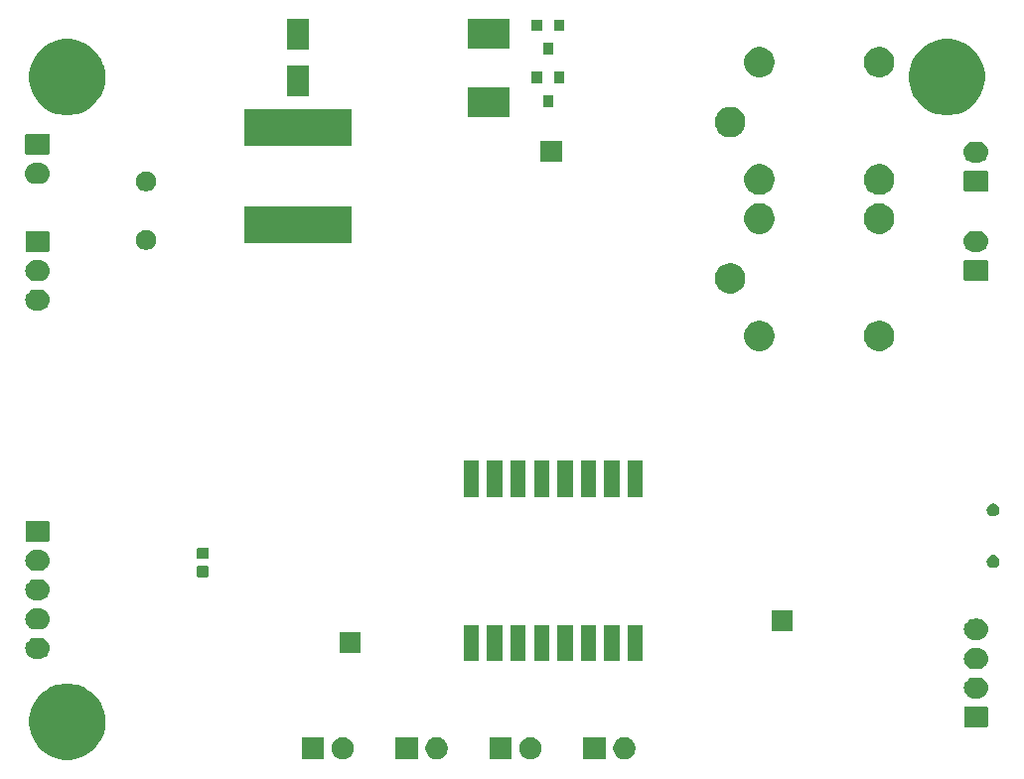
<source format=gbs>
G04 #@! TF.GenerationSoftware,KiCad,Pcbnew,(5.1.5)-3*
G04 #@! TF.CreationDate,2020-01-27T10:14:26+03:00*
G04 #@! TF.ProjectId,UBD,5542442e-6b69-4636-9164-5f7063625858,rev?*
G04 #@! TF.SameCoordinates,Original*
G04 #@! TF.FileFunction,Soldermask,Bot*
G04 #@! TF.FilePolarity,Negative*
%FSLAX46Y46*%
G04 Gerber Fmt 4.6, Leading zero omitted, Abs format (unit mm)*
G04 Created by KiCad (PCBNEW (5.1.5)-3) date 2020-01-27 10:14:26*
%MOMM*%
%LPD*%
G04 APERTURE LIST*
%ADD10C,0.100000*%
G04 APERTURE END LIST*
D10*
G36*
X35559239Y-153411467D02*
G01*
X35873282Y-153473934D01*
X36464926Y-153719001D01*
X36754523Y-153912504D01*
X36997391Y-154074783D01*
X37450217Y-154527609D01*
X37462801Y-154546443D01*
X37805999Y-155060074D01*
X38018874Y-155574000D01*
X38051066Y-155651719D01*
X38176000Y-156279803D01*
X38176000Y-156920197D01*
X38148430Y-157058799D01*
X38051066Y-157548282D01*
X37805999Y-158139926D01*
X37450216Y-158672392D01*
X36997392Y-159125216D01*
X36464926Y-159480999D01*
X35873282Y-159726066D01*
X35559239Y-159788533D01*
X35245197Y-159851000D01*
X34604803Y-159851000D01*
X34290761Y-159788533D01*
X33976718Y-159726066D01*
X33385074Y-159480999D01*
X32852608Y-159125216D01*
X32399784Y-158672392D01*
X32044001Y-158139926D01*
X31798934Y-157548282D01*
X31701570Y-157058799D01*
X31674000Y-156920197D01*
X31674000Y-156279803D01*
X31798934Y-155651719D01*
X31831126Y-155574000D01*
X32044001Y-155060074D01*
X32387199Y-154546443D01*
X32399783Y-154527609D01*
X32852609Y-154074783D01*
X33095477Y-153912504D01*
X33385074Y-153719001D01*
X33976718Y-153473934D01*
X34290761Y-153411467D01*
X34604803Y-153349000D01*
X35245197Y-153349000D01*
X35559239Y-153411467D01*
G37*
G36*
X82697395Y-157934546D02*
G01*
X82870466Y-158006234D01*
X82947818Y-158057919D01*
X83026227Y-158110310D01*
X83158690Y-158242773D01*
X83158691Y-158242775D01*
X83262766Y-158398534D01*
X83334454Y-158571605D01*
X83371000Y-158755333D01*
X83371000Y-158942667D01*
X83334454Y-159126395D01*
X83262766Y-159299466D01*
X83262765Y-159299467D01*
X83158690Y-159455227D01*
X83026227Y-159587690D01*
X82947818Y-159640081D01*
X82870466Y-159691766D01*
X82697395Y-159763454D01*
X82513667Y-159800000D01*
X82326333Y-159800000D01*
X82142605Y-159763454D01*
X81969534Y-159691766D01*
X81892182Y-159640081D01*
X81813773Y-159587690D01*
X81681310Y-159455227D01*
X81577235Y-159299467D01*
X81577234Y-159299466D01*
X81505546Y-159126395D01*
X81469000Y-158942667D01*
X81469000Y-158755333D01*
X81505546Y-158571605D01*
X81577234Y-158398534D01*
X81681309Y-158242775D01*
X81681310Y-158242773D01*
X81813773Y-158110310D01*
X81892182Y-158057919D01*
X81969534Y-158006234D01*
X82142605Y-157934546D01*
X82326333Y-157898000D01*
X82513667Y-157898000D01*
X82697395Y-157934546D01*
G37*
G36*
X80831000Y-159800000D02*
G01*
X78929000Y-159800000D01*
X78929000Y-157898000D01*
X80831000Y-157898000D01*
X80831000Y-159800000D01*
G37*
G36*
X72831000Y-159800000D02*
G01*
X70929000Y-159800000D01*
X70929000Y-157898000D01*
X72831000Y-157898000D01*
X72831000Y-159800000D01*
G37*
G36*
X74697395Y-157934546D02*
G01*
X74870466Y-158006234D01*
X74947818Y-158057919D01*
X75026227Y-158110310D01*
X75158690Y-158242773D01*
X75158691Y-158242775D01*
X75262766Y-158398534D01*
X75334454Y-158571605D01*
X75371000Y-158755333D01*
X75371000Y-158942667D01*
X75334454Y-159126395D01*
X75262766Y-159299466D01*
X75262765Y-159299467D01*
X75158690Y-159455227D01*
X75026227Y-159587690D01*
X74947818Y-159640081D01*
X74870466Y-159691766D01*
X74697395Y-159763454D01*
X74513667Y-159800000D01*
X74326333Y-159800000D01*
X74142605Y-159763454D01*
X73969534Y-159691766D01*
X73892182Y-159640081D01*
X73813773Y-159587690D01*
X73681310Y-159455227D01*
X73577235Y-159299467D01*
X73577234Y-159299466D01*
X73505546Y-159126395D01*
X73469000Y-158942667D01*
X73469000Y-158755333D01*
X73505546Y-158571605D01*
X73577234Y-158398534D01*
X73681309Y-158242775D01*
X73681310Y-158242773D01*
X73813773Y-158110310D01*
X73892182Y-158057919D01*
X73969534Y-158006234D01*
X74142605Y-157934546D01*
X74326333Y-157898000D01*
X74513667Y-157898000D01*
X74697395Y-157934546D01*
G37*
G36*
X64831000Y-159800000D02*
G01*
X62929000Y-159800000D01*
X62929000Y-157898000D01*
X64831000Y-157898000D01*
X64831000Y-159800000D01*
G37*
G36*
X66697395Y-157934546D02*
G01*
X66870466Y-158006234D01*
X66947818Y-158057919D01*
X67026227Y-158110310D01*
X67158690Y-158242773D01*
X67158691Y-158242775D01*
X67262766Y-158398534D01*
X67334454Y-158571605D01*
X67371000Y-158755333D01*
X67371000Y-158942667D01*
X67334454Y-159126395D01*
X67262766Y-159299466D01*
X67262765Y-159299467D01*
X67158690Y-159455227D01*
X67026227Y-159587690D01*
X66947818Y-159640081D01*
X66870466Y-159691766D01*
X66697395Y-159763454D01*
X66513667Y-159800000D01*
X66326333Y-159800000D01*
X66142605Y-159763454D01*
X65969534Y-159691766D01*
X65892182Y-159640081D01*
X65813773Y-159587690D01*
X65681310Y-159455227D01*
X65577235Y-159299467D01*
X65577234Y-159299466D01*
X65505546Y-159126395D01*
X65469000Y-158942667D01*
X65469000Y-158755333D01*
X65505546Y-158571605D01*
X65577234Y-158398534D01*
X65681309Y-158242775D01*
X65681310Y-158242773D01*
X65813773Y-158110310D01*
X65892182Y-158057919D01*
X65969534Y-158006234D01*
X66142605Y-157934546D01*
X66326333Y-157898000D01*
X66513667Y-157898000D01*
X66697395Y-157934546D01*
G37*
G36*
X56831000Y-159800000D02*
G01*
X54929000Y-159800000D01*
X54929000Y-157898000D01*
X56831000Y-157898000D01*
X56831000Y-159800000D01*
G37*
G36*
X58697395Y-157934546D02*
G01*
X58870466Y-158006234D01*
X58947818Y-158057919D01*
X59026227Y-158110310D01*
X59158690Y-158242773D01*
X59158691Y-158242775D01*
X59262766Y-158398534D01*
X59334454Y-158571605D01*
X59371000Y-158755333D01*
X59371000Y-158942667D01*
X59334454Y-159126395D01*
X59262766Y-159299466D01*
X59262765Y-159299467D01*
X59158690Y-159455227D01*
X59026227Y-159587690D01*
X58947818Y-159640081D01*
X58870466Y-159691766D01*
X58697395Y-159763454D01*
X58513667Y-159800000D01*
X58326333Y-159800000D01*
X58142605Y-159763454D01*
X57969534Y-159691766D01*
X57892182Y-159640081D01*
X57813773Y-159587690D01*
X57681310Y-159455227D01*
X57577235Y-159299467D01*
X57577234Y-159299466D01*
X57505546Y-159126395D01*
X57469000Y-158942667D01*
X57469000Y-158755333D01*
X57505546Y-158571605D01*
X57577234Y-158398534D01*
X57681309Y-158242775D01*
X57681310Y-158242773D01*
X57813773Y-158110310D01*
X57892182Y-158057919D01*
X57969534Y-158006234D01*
X58142605Y-157934546D01*
X58326333Y-157898000D01*
X58513667Y-157898000D01*
X58697395Y-157934546D01*
G37*
G36*
X113278600Y-155312989D02*
G01*
X113311652Y-155323015D01*
X113342103Y-155339292D01*
X113368799Y-155361201D01*
X113390708Y-155387897D01*
X113406985Y-155418348D01*
X113417011Y-155451400D01*
X113421000Y-155491903D01*
X113421000Y-156928097D01*
X113417011Y-156968600D01*
X113406985Y-157001652D01*
X113390708Y-157032103D01*
X113368799Y-157058799D01*
X113342103Y-157080708D01*
X113311652Y-157096985D01*
X113278600Y-157107011D01*
X113238097Y-157111000D01*
X111551903Y-157111000D01*
X111511400Y-157107011D01*
X111478348Y-157096985D01*
X111447897Y-157080708D01*
X111421201Y-157058799D01*
X111399292Y-157032103D01*
X111383015Y-157001652D01*
X111372989Y-156968600D01*
X111369000Y-156928097D01*
X111369000Y-155491903D01*
X111372989Y-155451400D01*
X111383015Y-155418348D01*
X111399292Y-155387897D01*
X111421201Y-155361201D01*
X111447897Y-155339292D01*
X111478348Y-155323015D01*
X111511400Y-155312989D01*
X111551903Y-155309000D01*
X113238097Y-155309000D01*
X113278600Y-155312989D01*
G37*
G36*
X112630443Y-152815519D02*
G01*
X112696627Y-152822037D01*
X112866466Y-152873557D01*
X113022991Y-152957222D01*
X113058729Y-152986552D01*
X113160186Y-153069814D01*
X113243448Y-153171271D01*
X113272778Y-153207009D01*
X113356443Y-153363534D01*
X113407963Y-153533373D01*
X113425359Y-153710000D01*
X113407963Y-153886627D01*
X113356443Y-154056466D01*
X113272778Y-154212991D01*
X113246985Y-154244420D01*
X113160186Y-154350186D01*
X113082879Y-154413629D01*
X113022991Y-154462778D01*
X112866466Y-154546443D01*
X112696627Y-154597963D01*
X112630442Y-154604482D01*
X112564260Y-154611000D01*
X112225740Y-154611000D01*
X112159558Y-154604482D01*
X112093373Y-154597963D01*
X111923534Y-154546443D01*
X111767009Y-154462778D01*
X111707121Y-154413629D01*
X111629814Y-154350186D01*
X111543015Y-154244420D01*
X111517222Y-154212991D01*
X111433557Y-154056466D01*
X111382037Y-153886627D01*
X111364641Y-153710000D01*
X111382037Y-153533373D01*
X111433557Y-153363534D01*
X111517222Y-153207009D01*
X111546552Y-153171271D01*
X111629814Y-153069814D01*
X111731271Y-152986552D01*
X111767009Y-152957222D01*
X111923534Y-152873557D01*
X112093373Y-152822037D01*
X112159557Y-152815519D01*
X112225740Y-152809000D01*
X112564260Y-152809000D01*
X112630443Y-152815519D01*
G37*
G36*
X112630443Y-150315519D02*
G01*
X112696627Y-150322037D01*
X112866466Y-150373557D01*
X113022991Y-150457222D01*
X113058729Y-150486552D01*
X113160186Y-150569814D01*
X113243448Y-150671271D01*
X113272778Y-150707009D01*
X113356443Y-150863534D01*
X113407963Y-151033373D01*
X113425359Y-151210000D01*
X113407963Y-151386627D01*
X113356443Y-151556466D01*
X113272778Y-151712991D01*
X113243448Y-151748729D01*
X113160186Y-151850186D01*
X113058729Y-151933448D01*
X113022991Y-151962778D01*
X112866466Y-152046443D01*
X112696627Y-152097963D01*
X112630443Y-152104481D01*
X112564260Y-152111000D01*
X112225740Y-152111000D01*
X112159557Y-152104481D01*
X112093373Y-152097963D01*
X111923534Y-152046443D01*
X111767009Y-151962778D01*
X111731271Y-151933448D01*
X111629814Y-151850186D01*
X111546552Y-151748729D01*
X111517222Y-151712991D01*
X111433557Y-151556466D01*
X111382037Y-151386627D01*
X111364641Y-151210000D01*
X111382037Y-151033373D01*
X111433557Y-150863534D01*
X111517222Y-150707009D01*
X111546552Y-150671271D01*
X111629814Y-150569814D01*
X111731271Y-150486552D01*
X111767009Y-150457222D01*
X111923534Y-150373557D01*
X112093373Y-150322037D01*
X112159557Y-150315519D01*
X112225740Y-150309000D01*
X112564260Y-150309000D01*
X112630443Y-150315519D01*
G37*
G36*
X72019146Y-151445038D02*
G01*
X70717146Y-151445038D01*
X70717146Y-148343038D01*
X72019146Y-148343038D01*
X72019146Y-151445038D01*
G37*
G36*
X70019146Y-151445038D02*
G01*
X68717146Y-151445038D01*
X68717146Y-148343038D01*
X70019146Y-148343038D01*
X70019146Y-151445038D01*
G37*
G36*
X74019146Y-151445038D02*
G01*
X72717146Y-151445038D01*
X72717146Y-148343038D01*
X74019146Y-148343038D01*
X74019146Y-151445038D01*
G37*
G36*
X76019146Y-151445038D02*
G01*
X74717146Y-151445038D01*
X74717146Y-148343038D01*
X76019146Y-148343038D01*
X76019146Y-151445038D01*
G37*
G36*
X80019146Y-151445038D02*
G01*
X78717146Y-151445038D01*
X78717146Y-148343038D01*
X80019146Y-148343038D01*
X80019146Y-151445038D01*
G37*
G36*
X84019146Y-151445038D02*
G01*
X82717146Y-151445038D01*
X82717146Y-148343038D01*
X84019146Y-148343038D01*
X84019146Y-151445038D01*
G37*
G36*
X82019146Y-151445038D02*
G01*
X80717146Y-151445038D01*
X80717146Y-148343038D01*
X82019146Y-148343038D01*
X82019146Y-151445038D01*
G37*
G36*
X78019146Y-151445038D02*
G01*
X76717146Y-151445038D01*
X76717146Y-148343038D01*
X78019146Y-148343038D01*
X78019146Y-151445038D01*
G37*
G36*
X32620443Y-149440519D02*
G01*
X32686627Y-149447037D01*
X32856466Y-149498557D01*
X33012991Y-149582222D01*
X33032171Y-149597963D01*
X33150186Y-149694814D01*
X33233448Y-149796271D01*
X33262778Y-149832009D01*
X33346443Y-149988534D01*
X33397963Y-150158373D01*
X33415359Y-150335000D01*
X33397963Y-150511627D01*
X33346443Y-150681466D01*
X33262778Y-150837991D01*
X33241817Y-150863532D01*
X33150186Y-150975186D01*
X33079281Y-151033375D01*
X33012991Y-151087778D01*
X32856466Y-151171443D01*
X32686627Y-151222963D01*
X32620443Y-151229481D01*
X32554260Y-151236000D01*
X32215740Y-151236000D01*
X32149557Y-151229481D01*
X32083373Y-151222963D01*
X31913534Y-151171443D01*
X31757009Y-151087778D01*
X31690719Y-151033375D01*
X31619814Y-150975186D01*
X31528183Y-150863532D01*
X31507222Y-150837991D01*
X31423557Y-150681466D01*
X31372037Y-150511627D01*
X31354641Y-150335000D01*
X31372037Y-150158373D01*
X31423557Y-149988534D01*
X31507222Y-149832009D01*
X31536552Y-149796271D01*
X31619814Y-149694814D01*
X31737829Y-149597963D01*
X31757009Y-149582222D01*
X31913534Y-149498557D01*
X32083373Y-149447037D01*
X32149557Y-149440519D01*
X32215740Y-149434000D01*
X32554260Y-149434000D01*
X32620443Y-149440519D01*
G37*
G36*
X59956000Y-150761000D02*
G01*
X58154000Y-150761000D01*
X58154000Y-148959000D01*
X59956000Y-148959000D01*
X59956000Y-150761000D01*
G37*
G36*
X112630443Y-147815519D02*
G01*
X112696627Y-147822037D01*
X112866466Y-147873557D01*
X113022991Y-147957222D01*
X113058729Y-147986552D01*
X113160186Y-148069814D01*
X113243448Y-148171271D01*
X113272778Y-148207009D01*
X113356443Y-148363534D01*
X113407963Y-148533373D01*
X113425359Y-148710000D01*
X113407963Y-148886627D01*
X113356443Y-149056466D01*
X113272778Y-149212991D01*
X113243448Y-149248729D01*
X113160186Y-149350186D01*
X113058729Y-149433448D01*
X113022991Y-149462778D01*
X112866466Y-149546443D01*
X112696627Y-149597963D01*
X112630443Y-149604481D01*
X112564260Y-149611000D01*
X112225740Y-149611000D01*
X112159557Y-149604481D01*
X112093373Y-149597963D01*
X111923534Y-149546443D01*
X111767009Y-149462778D01*
X111731271Y-149433448D01*
X111629814Y-149350186D01*
X111546552Y-149248729D01*
X111517222Y-149212991D01*
X111433557Y-149056466D01*
X111382037Y-148886627D01*
X111364641Y-148710000D01*
X111382037Y-148533373D01*
X111433557Y-148363534D01*
X111517222Y-148207009D01*
X111546552Y-148171271D01*
X111629814Y-148069814D01*
X111731271Y-147986552D01*
X111767009Y-147957222D01*
X111923534Y-147873557D01*
X112093373Y-147822037D01*
X112159557Y-147815519D01*
X112225740Y-147809000D01*
X112564260Y-147809000D01*
X112630443Y-147815519D01*
G37*
G36*
X96786000Y-148856000D02*
G01*
X94984000Y-148856000D01*
X94984000Y-147054000D01*
X96786000Y-147054000D01*
X96786000Y-148856000D01*
G37*
G36*
X32620443Y-146940519D02*
G01*
X32686627Y-146947037D01*
X32856466Y-146998557D01*
X33012991Y-147082222D01*
X33048729Y-147111552D01*
X33150186Y-147194814D01*
X33233448Y-147296271D01*
X33262778Y-147332009D01*
X33346443Y-147488534D01*
X33397963Y-147658373D01*
X33415359Y-147835000D01*
X33397963Y-148011627D01*
X33346443Y-148181466D01*
X33262778Y-148337991D01*
X33241817Y-148363532D01*
X33150186Y-148475186D01*
X33079281Y-148533375D01*
X33012991Y-148587778D01*
X32856466Y-148671443D01*
X32686627Y-148722963D01*
X32620443Y-148729481D01*
X32554260Y-148736000D01*
X32215740Y-148736000D01*
X32149557Y-148729481D01*
X32083373Y-148722963D01*
X31913534Y-148671443D01*
X31757009Y-148587778D01*
X31690719Y-148533375D01*
X31619814Y-148475186D01*
X31528183Y-148363532D01*
X31507222Y-148337991D01*
X31423557Y-148181466D01*
X31372037Y-148011627D01*
X31354641Y-147835000D01*
X31372037Y-147658373D01*
X31423557Y-147488534D01*
X31507222Y-147332009D01*
X31536552Y-147296271D01*
X31619814Y-147194814D01*
X31721271Y-147111552D01*
X31757009Y-147082222D01*
X31913534Y-146998557D01*
X32083373Y-146947037D01*
X32149557Y-146940519D01*
X32215740Y-146934000D01*
X32554260Y-146934000D01*
X32620443Y-146940519D01*
G37*
G36*
X32620443Y-144440519D02*
G01*
X32686627Y-144447037D01*
X32856466Y-144498557D01*
X33012991Y-144582222D01*
X33048729Y-144611552D01*
X33150186Y-144694814D01*
X33233448Y-144796271D01*
X33262778Y-144832009D01*
X33346443Y-144988534D01*
X33397963Y-145158373D01*
X33415359Y-145335000D01*
X33397963Y-145511627D01*
X33346443Y-145681466D01*
X33262778Y-145837991D01*
X33233448Y-145873729D01*
X33150186Y-145975186D01*
X33048729Y-146058448D01*
X33012991Y-146087778D01*
X32856466Y-146171443D01*
X32686627Y-146222963D01*
X32620443Y-146229481D01*
X32554260Y-146236000D01*
X32215740Y-146236000D01*
X32149557Y-146229481D01*
X32083373Y-146222963D01*
X31913534Y-146171443D01*
X31757009Y-146087778D01*
X31721271Y-146058448D01*
X31619814Y-145975186D01*
X31536552Y-145873729D01*
X31507222Y-145837991D01*
X31423557Y-145681466D01*
X31372037Y-145511627D01*
X31354641Y-145335000D01*
X31372037Y-145158373D01*
X31423557Y-144988534D01*
X31507222Y-144832009D01*
X31536552Y-144796271D01*
X31619814Y-144694814D01*
X31721271Y-144611552D01*
X31757009Y-144582222D01*
X31913534Y-144498557D01*
X32083373Y-144447037D01*
X32149557Y-144440519D01*
X32215740Y-144434000D01*
X32554260Y-144434000D01*
X32620443Y-144440519D01*
G37*
G36*
X46861591Y-143305085D02*
G01*
X46895569Y-143315393D01*
X46926890Y-143332134D01*
X46954339Y-143354661D01*
X46976866Y-143382110D01*
X46993607Y-143413431D01*
X47003915Y-143447409D01*
X47008000Y-143488890D01*
X47008000Y-144090110D01*
X47003915Y-144131591D01*
X46993607Y-144165569D01*
X46976866Y-144196890D01*
X46954339Y-144224339D01*
X46926890Y-144246866D01*
X46895569Y-144263607D01*
X46861591Y-144273915D01*
X46820110Y-144278000D01*
X46143890Y-144278000D01*
X46102409Y-144273915D01*
X46068431Y-144263607D01*
X46037110Y-144246866D01*
X46009661Y-144224339D01*
X45987134Y-144196890D01*
X45970393Y-144165569D01*
X45960085Y-144131591D01*
X45956000Y-144090110D01*
X45956000Y-143488890D01*
X45960085Y-143447409D01*
X45970393Y-143413431D01*
X45987134Y-143382110D01*
X46009661Y-143354661D01*
X46037110Y-143332134D01*
X46068431Y-143315393D01*
X46102409Y-143305085D01*
X46143890Y-143301000D01*
X46820110Y-143301000D01*
X46861591Y-143305085D01*
G37*
G36*
X32620442Y-141940518D02*
G01*
X32686627Y-141947037D01*
X32856466Y-141998557D01*
X33012991Y-142082222D01*
X33048729Y-142111552D01*
X33150186Y-142194814D01*
X33233448Y-142296271D01*
X33262778Y-142332009D01*
X33346443Y-142488534D01*
X33397963Y-142658373D01*
X33415359Y-142835000D01*
X33397963Y-143011627D01*
X33346443Y-143181466D01*
X33262778Y-143337991D01*
X33259353Y-143342164D01*
X33150186Y-143475186D01*
X33048729Y-143558448D01*
X33012991Y-143587778D01*
X32856466Y-143671443D01*
X32686627Y-143722963D01*
X32620443Y-143729481D01*
X32554260Y-143736000D01*
X32215740Y-143736000D01*
X32149557Y-143729481D01*
X32083373Y-143722963D01*
X31913534Y-143671443D01*
X31757009Y-143587778D01*
X31721271Y-143558448D01*
X31619814Y-143475186D01*
X31510647Y-143342164D01*
X31507222Y-143337991D01*
X31423557Y-143181466D01*
X31372037Y-143011627D01*
X31354641Y-142835000D01*
X31372037Y-142658373D01*
X31423557Y-142488534D01*
X31507222Y-142332009D01*
X31536552Y-142296271D01*
X31619814Y-142194814D01*
X31721271Y-142111552D01*
X31757009Y-142082222D01*
X31913534Y-141998557D01*
X32083373Y-141947037D01*
X32149558Y-141940518D01*
X32215740Y-141934000D01*
X32554260Y-141934000D01*
X32620442Y-141940518D01*
G37*
G36*
X114012721Y-142391174D02*
G01*
X114112995Y-142432709D01*
X114112996Y-142432710D01*
X114203242Y-142493010D01*
X114279990Y-142569758D01*
X114279991Y-142569760D01*
X114340291Y-142660005D01*
X114381826Y-142760279D01*
X114403000Y-142866730D01*
X114403000Y-142975270D01*
X114381826Y-143081721D01*
X114340291Y-143181995D01*
X114340290Y-143181996D01*
X114279990Y-143272242D01*
X114203242Y-143348990D01*
X114167998Y-143372539D01*
X114112995Y-143409291D01*
X114012721Y-143450826D01*
X113906270Y-143472000D01*
X113797730Y-143472000D01*
X113691279Y-143450826D01*
X113591005Y-143409291D01*
X113536002Y-143372539D01*
X113500758Y-143348990D01*
X113424010Y-143272242D01*
X113363710Y-143181996D01*
X113363709Y-143181995D01*
X113322174Y-143081721D01*
X113301000Y-142975270D01*
X113301000Y-142866730D01*
X113322174Y-142760279D01*
X113363709Y-142660005D01*
X113424009Y-142569760D01*
X113424010Y-142569758D01*
X113500758Y-142493010D01*
X113591004Y-142432710D01*
X113591005Y-142432709D01*
X113691279Y-142391174D01*
X113797730Y-142370000D01*
X113906270Y-142370000D01*
X114012721Y-142391174D01*
G37*
G36*
X46861591Y-141730085D02*
G01*
X46895569Y-141740393D01*
X46926890Y-141757134D01*
X46954339Y-141779661D01*
X46976866Y-141807110D01*
X46993607Y-141838431D01*
X47003915Y-141872409D01*
X47008000Y-141913890D01*
X47008000Y-142515110D01*
X47003915Y-142556591D01*
X46993607Y-142590569D01*
X46976866Y-142621890D01*
X46954339Y-142649339D01*
X46926890Y-142671866D01*
X46895569Y-142688607D01*
X46861591Y-142698915D01*
X46820110Y-142703000D01*
X46143890Y-142703000D01*
X46102409Y-142698915D01*
X46068431Y-142688607D01*
X46037110Y-142671866D01*
X46009661Y-142649339D01*
X45987134Y-142621890D01*
X45970393Y-142590569D01*
X45960085Y-142556591D01*
X45956000Y-142515110D01*
X45956000Y-141913890D01*
X45960085Y-141872409D01*
X45970393Y-141838431D01*
X45987134Y-141807110D01*
X46009661Y-141779661D01*
X46037110Y-141757134D01*
X46068431Y-141740393D01*
X46102409Y-141730085D01*
X46143890Y-141726000D01*
X46820110Y-141726000D01*
X46861591Y-141730085D01*
G37*
G36*
X33268600Y-139437989D02*
G01*
X33301652Y-139448015D01*
X33332103Y-139464292D01*
X33358799Y-139486201D01*
X33380708Y-139512897D01*
X33396985Y-139543348D01*
X33407011Y-139576400D01*
X33411000Y-139616903D01*
X33411000Y-141053097D01*
X33407011Y-141093600D01*
X33396985Y-141126652D01*
X33380708Y-141157103D01*
X33358799Y-141183799D01*
X33332103Y-141205708D01*
X33301652Y-141221985D01*
X33268600Y-141232011D01*
X33228097Y-141236000D01*
X31541903Y-141236000D01*
X31501400Y-141232011D01*
X31468348Y-141221985D01*
X31437897Y-141205708D01*
X31411201Y-141183799D01*
X31389292Y-141157103D01*
X31373015Y-141126652D01*
X31362989Y-141093600D01*
X31359000Y-141053097D01*
X31359000Y-139616903D01*
X31362989Y-139576400D01*
X31373015Y-139543348D01*
X31389292Y-139512897D01*
X31411201Y-139486201D01*
X31437897Y-139464292D01*
X31468348Y-139448015D01*
X31501400Y-139437989D01*
X31541903Y-139434000D01*
X33228097Y-139434000D01*
X33268600Y-139437989D01*
G37*
G36*
X114012721Y-137991174D02*
G01*
X114112995Y-138032709D01*
X114112996Y-138032710D01*
X114203242Y-138093010D01*
X114279990Y-138169758D01*
X114279991Y-138169760D01*
X114340291Y-138260005D01*
X114381826Y-138360279D01*
X114403000Y-138466730D01*
X114403000Y-138575270D01*
X114381826Y-138681721D01*
X114340291Y-138781995D01*
X114340290Y-138781996D01*
X114279990Y-138872242D01*
X114203242Y-138948990D01*
X114157812Y-138979345D01*
X114112995Y-139009291D01*
X114012721Y-139050826D01*
X113906270Y-139072000D01*
X113797730Y-139072000D01*
X113691279Y-139050826D01*
X113591005Y-139009291D01*
X113546188Y-138979345D01*
X113500758Y-138948990D01*
X113424010Y-138872242D01*
X113363710Y-138781996D01*
X113363709Y-138781995D01*
X113322174Y-138681721D01*
X113301000Y-138575270D01*
X113301000Y-138466730D01*
X113322174Y-138360279D01*
X113363709Y-138260005D01*
X113424009Y-138169760D01*
X113424010Y-138169758D01*
X113500758Y-138093010D01*
X113591004Y-138032710D01*
X113591005Y-138032709D01*
X113691279Y-137991174D01*
X113797730Y-137970000D01*
X113906270Y-137970000D01*
X114012721Y-137991174D01*
G37*
G36*
X70019146Y-137445038D02*
G01*
X68717146Y-137445038D01*
X68717146Y-134343038D01*
X70019146Y-134343038D01*
X70019146Y-137445038D01*
G37*
G36*
X72019146Y-137445038D02*
G01*
X70717146Y-137445038D01*
X70717146Y-134343038D01*
X72019146Y-134343038D01*
X72019146Y-137445038D01*
G37*
G36*
X74019146Y-137445038D02*
G01*
X72717146Y-137445038D01*
X72717146Y-134343038D01*
X74019146Y-134343038D01*
X74019146Y-137445038D01*
G37*
G36*
X76019146Y-137445038D02*
G01*
X74717146Y-137445038D01*
X74717146Y-134343038D01*
X76019146Y-134343038D01*
X76019146Y-137445038D01*
G37*
G36*
X80019146Y-137445038D02*
G01*
X78717146Y-137445038D01*
X78717146Y-134343038D01*
X80019146Y-134343038D01*
X80019146Y-137445038D01*
G37*
G36*
X78019146Y-137445038D02*
G01*
X76717146Y-137445038D01*
X76717146Y-134343038D01*
X78019146Y-134343038D01*
X78019146Y-137445038D01*
G37*
G36*
X84019146Y-137445038D02*
G01*
X82717146Y-137445038D01*
X82717146Y-134343038D01*
X84019146Y-134343038D01*
X84019146Y-137445038D01*
G37*
G36*
X82019146Y-137445038D02*
G01*
X80717146Y-137445038D01*
X80717146Y-134343038D01*
X82019146Y-134343038D01*
X82019146Y-137445038D01*
G37*
G36*
X94319487Y-122413996D02*
G01*
X94556253Y-122512068D01*
X94556255Y-122512069D01*
X94769339Y-122654447D01*
X94950553Y-122835661D01*
X95092932Y-123048747D01*
X95191004Y-123285513D01*
X95241000Y-123536861D01*
X95241000Y-123793139D01*
X95191004Y-124044487D01*
X95092932Y-124281253D01*
X95092931Y-124281255D01*
X94950553Y-124494339D01*
X94769339Y-124675553D01*
X94556255Y-124817931D01*
X94556254Y-124817932D01*
X94556253Y-124817932D01*
X94319487Y-124916004D01*
X94068139Y-124966000D01*
X93811861Y-124966000D01*
X93560513Y-124916004D01*
X93323747Y-124817932D01*
X93323746Y-124817932D01*
X93323745Y-124817931D01*
X93110661Y-124675553D01*
X92929447Y-124494339D01*
X92787069Y-124281255D01*
X92787068Y-124281253D01*
X92688996Y-124044487D01*
X92639000Y-123793139D01*
X92639000Y-123536861D01*
X92688996Y-123285513D01*
X92787068Y-123048747D01*
X92929447Y-122835661D01*
X93110661Y-122654447D01*
X93323745Y-122512069D01*
X93323747Y-122512068D01*
X93560513Y-122413996D01*
X93811861Y-122364000D01*
X94068139Y-122364000D01*
X94319487Y-122413996D01*
G37*
G36*
X104519487Y-122413996D02*
G01*
X104756253Y-122512068D01*
X104756255Y-122512069D01*
X104969339Y-122654447D01*
X105150553Y-122835661D01*
X105292932Y-123048747D01*
X105391004Y-123285513D01*
X105441000Y-123536861D01*
X105441000Y-123793139D01*
X105391004Y-124044487D01*
X105292932Y-124281253D01*
X105292931Y-124281255D01*
X105150553Y-124494339D01*
X104969339Y-124675553D01*
X104756255Y-124817931D01*
X104756254Y-124817932D01*
X104756253Y-124817932D01*
X104519487Y-124916004D01*
X104268139Y-124966000D01*
X104011861Y-124966000D01*
X103760513Y-124916004D01*
X103523747Y-124817932D01*
X103523746Y-124817932D01*
X103523745Y-124817931D01*
X103310661Y-124675553D01*
X103129447Y-124494339D01*
X102987069Y-124281255D01*
X102987068Y-124281253D01*
X102888996Y-124044487D01*
X102839000Y-123793139D01*
X102839000Y-123536861D01*
X102888996Y-123285513D01*
X102987068Y-123048747D01*
X103129447Y-122835661D01*
X103310661Y-122654447D01*
X103523745Y-122512069D01*
X103523747Y-122512068D01*
X103760513Y-122413996D01*
X104011861Y-122364000D01*
X104268139Y-122364000D01*
X104519487Y-122413996D01*
G37*
G36*
X32620442Y-119715519D02*
G01*
X32686626Y-119722037D01*
X32856465Y-119773557D01*
X33012990Y-119857222D01*
X33048728Y-119886552D01*
X33150185Y-119969814D01*
X33229122Y-120066000D01*
X33262777Y-120107009D01*
X33346442Y-120263534D01*
X33397962Y-120433373D01*
X33415358Y-120610000D01*
X33397962Y-120786627D01*
X33346442Y-120956466D01*
X33262777Y-121112991D01*
X33233447Y-121148729D01*
X33150185Y-121250186D01*
X33048728Y-121333448D01*
X33012990Y-121362778D01*
X32856465Y-121446443D01*
X32686626Y-121497963D01*
X32620441Y-121504482D01*
X32554259Y-121511000D01*
X32215739Y-121511000D01*
X32149557Y-121504482D01*
X32083372Y-121497963D01*
X31913533Y-121446443D01*
X31757008Y-121362778D01*
X31721270Y-121333448D01*
X31619813Y-121250186D01*
X31536551Y-121148729D01*
X31507221Y-121112991D01*
X31423556Y-120956466D01*
X31372036Y-120786627D01*
X31354640Y-120610000D01*
X31372036Y-120433373D01*
X31423556Y-120263534D01*
X31507221Y-120107009D01*
X31540876Y-120066000D01*
X31619813Y-119969814D01*
X31721270Y-119886552D01*
X31757008Y-119857222D01*
X31913533Y-119773557D01*
X32083372Y-119722037D01*
X32149556Y-119715519D01*
X32215739Y-119709000D01*
X32554259Y-119709000D01*
X32620442Y-119715519D01*
G37*
G36*
X91819487Y-117513996D02*
G01*
X92044044Y-117607011D01*
X92056255Y-117612069D01*
X92269339Y-117754447D01*
X92450553Y-117935661D01*
X92592932Y-118148747D01*
X92691004Y-118385513D01*
X92741000Y-118636861D01*
X92741000Y-118893139D01*
X92691004Y-119144487D01*
X92592932Y-119381253D01*
X92592931Y-119381255D01*
X92450553Y-119594339D01*
X92269339Y-119775553D01*
X92056255Y-119917931D01*
X92056254Y-119917932D01*
X92056253Y-119917932D01*
X91819487Y-120016004D01*
X91568139Y-120066000D01*
X91311861Y-120066000D01*
X91060513Y-120016004D01*
X90823747Y-119917932D01*
X90823746Y-119917932D01*
X90823745Y-119917931D01*
X90610661Y-119775553D01*
X90429447Y-119594339D01*
X90287069Y-119381255D01*
X90287068Y-119381253D01*
X90188996Y-119144487D01*
X90139000Y-118893139D01*
X90139000Y-118636861D01*
X90188996Y-118385513D01*
X90287068Y-118148747D01*
X90429447Y-117935661D01*
X90610661Y-117754447D01*
X90823745Y-117612069D01*
X90835956Y-117607011D01*
X91060513Y-117513996D01*
X91311861Y-117464000D01*
X91568139Y-117464000D01*
X91819487Y-117513996D01*
G37*
G36*
X113303600Y-117212989D02*
G01*
X113336652Y-117223015D01*
X113367103Y-117239292D01*
X113393799Y-117261201D01*
X113415708Y-117287897D01*
X113431985Y-117318348D01*
X113442011Y-117351400D01*
X113446000Y-117391903D01*
X113446000Y-118828097D01*
X113442011Y-118868600D01*
X113431985Y-118901652D01*
X113415708Y-118932103D01*
X113393799Y-118958799D01*
X113367103Y-118980708D01*
X113336652Y-118996985D01*
X113303600Y-119007011D01*
X113263097Y-119011000D01*
X111526903Y-119011000D01*
X111486400Y-119007011D01*
X111453348Y-118996985D01*
X111422897Y-118980708D01*
X111396201Y-118958799D01*
X111374292Y-118932103D01*
X111358015Y-118901652D01*
X111347989Y-118868600D01*
X111344000Y-118828097D01*
X111344000Y-117391903D01*
X111347989Y-117351400D01*
X111358015Y-117318348D01*
X111374292Y-117287897D01*
X111396201Y-117261201D01*
X111422897Y-117239292D01*
X111453348Y-117223015D01*
X111486400Y-117212989D01*
X111526903Y-117209000D01*
X113263097Y-117209000D01*
X113303600Y-117212989D01*
G37*
G36*
X32594759Y-117212989D02*
G01*
X32686626Y-117222037D01*
X32856465Y-117273557D01*
X33012990Y-117357222D01*
X33048728Y-117386552D01*
X33150185Y-117469814D01*
X33233447Y-117571271D01*
X33262777Y-117607009D01*
X33346442Y-117763534D01*
X33397962Y-117933373D01*
X33415358Y-118110000D01*
X33397962Y-118286627D01*
X33346442Y-118456466D01*
X33262777Y-118612991D01*
X33233447Y-118648729D01*
X33150185Y-118750186D01*
X33055249Y-118828097D01*
X33012990Y-118862778D01*
X32856465Y-118946443D01*
X32686626Y-118997963D01*
X32620442Y-119004481D01*
X32554259Y-119011000D01*
X32215739Y-119011000D01*
X32149556Y-119004481D01*
X32083372Y-118997963D01*
X31913533Y-118946443D01*
X31757008Y-118862778D01*
X31714749Y-118828097D01*
X31619813Y-118750186D01*
X31536551Y-118648729D01*
X31507221Y-118612991D01*
X31423556Y-118456466D01*
X31372036Y-118286627D01*
X31354640Y-118110000D01*
X31372036Y-117933373D01*
X31423556Y-117763534D01*
X31507221Y-117607009D01*
X31536551Y-117571271D01*
X31619813Y-117469814D01*
X31721270Y-117386552D01*
X31757008Y-117357222D01*
X31913533Y-117273557D01*
X32083372Y-117222037D01*
X32175239Y-117212989D01*
X32215739Y-117209000D01*
X32554259Y-117209000D01*
X32594759Y-117212989D01*
G37*
G36*
X33268599Y-114712989D02*
G01*
X33301651Y-114723015D01*
X33332102Y-114739292D01*
X33358798Y-114761201D01*
X33380707Y-114787897D01*
X33396984Y-114818348D01*
X33407010Y-114851400D01*
X33410999Y-114891903D01*
X33410999Y-116328097D01*
X33407010Y-116368600D01*
X33396984Y-116401652D01*
X33380707Y-116432103D01*
X33358798Y-116458799D01*
X33332102Y-116480708D01*
X33301651Y-116496985D01*
X33268599Y-116507011D01*
X33228096Y-116511000D01*
X31541902Y-116511000D01*
X31501399Y-116507011D01*
X31468347Y-116496985D01*
X31437896Y-116480708D01*
X31411200Y-116458799D01*
X31389291Y-116432103D01*
X31373014Y-116401652D01*
X31362988Y-116368600D01*
X31358999Y-116328097D01*
X31358999Y-114891903D01*
X31362988Y-114851400D01*
X31373014Y-114818348D01*
X31389291Y-114787897D01*
X31411200Y-114761201D01*
X31437896Y-114739292D01*
X31468347Y-114723015D01*
X31501399Y-114712989D01*
X31541902Y-114709000D01*
X33228096Y-114709000D01*
X33268599Y-114712989D01*
G37*
G36*
X112629760Y-114712989D02*
G01*
X112721627Y-114722037D01*
X112891466Y-114773557D01*
X113047991Y-114857222D01*
X113083729Y-114886552D01*
X113185186Y-114969814D01*
X113268448Y-115071271D01*
X113297778Y-115107009D01*
X113381443Y-115263534D01*
X113432963Y-115433373D01*
X113450359Y-115610000D01*
X113432963Y-115786627D01*
X113381443Y-115956466D01*
X113297778Y-116112991D01*
X113268448Y-116148729D01*
X113185186Y-116250186D01*
X113114376Y-116308297D01*
X113047991Y-116362778D01*
X112891466Y-116446443D01*
X112721627Y-116497963D01*
X112655443Y-116504481D01*
X112589260Y-116511000D01*
X112200740Y-116511000D01*
X112134557Y-116504481D01*
X112068373Y-116497963D01*
X111898534Y-116446443D01*
X111742009Y-116362778D01*
X111675624Y-116308297D01*
X111604814Y-116250186D01*
X111521552Y-116148729D01*
X111492222Y-116112991D01*
X111408557Y-115956466D01*
X111357037Y-115786627D01*
X111339641Y-115610000D01*
X111357037Y-115433373D01*
X111408557Y-115263534D01*
X111492222Y-115107009D01*
X111521552Y-115071271D01*
X111604814Y-114969814D01*
X111706271Y-114886552D01*
X111742009Y-114857222D01*
X111898534Y-114773557D01*
X112068373Y-114722037D01*
X112160240Y-114712989D01*
X112200740Y-114709000D01*
X112589260Y-114709000D01*
X112629760Y-114712989D01*
G37*
G36*
X41904228Y-114671703D02*
G01*
X42059100Y-114735853D01*
X42198481Y-114828985D01*
X42317015Y-114947519D01*
X42410147Y-115086900D01*
X42474297Y-115241772D01*
X42507000Y-115406184D01*
X42507000Y-115573816D01*
X42474297Y-115738228D01*
X42410147Y-115893100D01*
X42317015Y-116032481D01*
X42198481Y-116151015D01*
X42059100Y-116244147D01*
X41904228Y-116308297D01*
X41739816Y-116341000D01*
X41572184Y-116341000D01*
X41407772Y-116308297D01*
X41252900Y-116244147D01*
X41113519Y-116151015D01*
X40994985Y-116032481D01*
X40901853Y-115893100D01*
X40837703Y-115738228D01*
X40805000Y-115573816D01*
X40805000Y-115406184D01*
X40837703Y-115241772D01*
X40901853Y-115086900D01*
X40994985Y-114947519D01*
X41113519Y-114828985D01*
X41252900Y-114735853D01*
X41407772Y-114671703D01*
X41572184Y-114639000D01*
X41739816Y-114639000D01*
X41904228Y-114671703D01*
G37*
G36*
X59161000Y-115769000D02*
G01*
X50059000Y-115769000D01*
X50059000Y-112667000D01*
X59161000Y-112667000D01*
X59161000Y-115769000D01*
G37*
G36*
X104519487Y-112413996D02*
G01*
X104756253Y-112512068D01*
X104756255Y-112512069D01*
X104969339Y-112654447D01*
X105150553Y-112835661D01*
X105292932Y-113048747D01*
X105391004Y-113285513D01*
X105441000Y-113536861D01*
X105441000Y-113793139D01*
X105391004Y-114044487D01*
X105292932Y-114281253D01*
X105292931Y-114281255D01*
X105150553Y-114494339D01*
X104969339Y-114675553D01*
X104756255Y-114817931D01*
X104756254Y-114817932D01*
X104756253Y-114817932D01*
X104519487Y-114916004D01*
X104268139Y-114966000D01*
X104011861Y-114966000D01*
X103760513Y-114916004D01*
X103523747Y-114817932D01*
X103523746Y-114817932D01*
X103523745Y-114817931D01*
X103310661Y-114675553D01*
X103129447Y-114494339D01*
X102987069Y-114281255D01*
X102987068Y-114281253D01*
X102888996Y-114044487D01*
X102839000Y-113793139D01*
X102839000Y-113536861D01*
X102888996Y-113285513D01*
X102987068Y-113048747D01*
X103129447Y-112835661D01*
X103310661Y-112654447D01*
X103523745Y-112512069D01*
X103523747Y-112512068D01*
X103760513Y-112413996D01*
X104011861Y-112364000D01*
X104268139Y-112364000D01*
X104519487Y-112413996D01*
G37*
G36*
X94319487Y-112413996D02*
G01*
X94556253Y-112512068D01*
X94556255Y-112512069D01*
X94769339Y-112654447D01*
X94950553Y-112835661D01*
X95092932Y-113048747D01*
X95191004Y-113285513D01*
X95241000Y-113536861D01*
X95241000Y-113793139D01*
X95191004Y-114044487D01*
X95092932Y-114281253D01*
X95092931Y-114281255D01*
X94950553Y-114494339D01*
X94769339Y-114675553D01*
X94556255Y-114817931D01*
X94556254Y-114817932D01*
X94556253Y-114817932D01*
X94319487Y-114916004D01*
X94068139Y-114966000D01*
X93811861Y-114966000D01*
X93560513Y-114916004D01*
X93323747Y-114817932D01*
X93323746Y-114817932D01*
X93323745Y-114817931D01*
X93110661Y-114675553D01*
X92929447Y-114494339D01*
X92787069Y-114281255D01*
X92787068Y-114281253D01*
X92688996Y-114044487D01*
X92639000Y-113793139D01*
X92639000Y-113536861D01*
X92688996Y-113285513D01*
X92787068Y-113048747D01*
X92929447Y-112835661D01*
X93110661Y-112654447D01*
X93323745Y-112512069D01*
X93323747Y-112512068D01*
X93560513Y-112413996D01*
X93811861Y-112364000D01*
X94068139Y-112364000D01*
X94319487Y-112413996D01*
G37*
G36*
X94319487Y-109078996D02*
G01*
X94556253Y-109177068D01*
X94556255Y-109177069D01*
X94769339Y-109319447D01*
X94950553Y-109500661D01*
X95044459Y-109641201D01*
X95092932Y-109713747D01*
X95191004Y-109950513D01*
X95241000Y-110201861D01*
X95241000Y-110458139D01*
X95191004Y-110709487D01*
X95092932Y-110946253D01*
X95092931Y-110946255D01*
X94950553Y-111159339D01*
X94769339Y-111340553D01*
X94556255Y-111482931D01*
X94556254Y-111482932D01*
X94556253Y-111482932D01*
X94319487Y-111581004D01*
X94068139Y-111631000D01*
X93811861Y-111631000D01*
X93560513Y-111581004D01*
X93323747Y-111482932D01*
X93323746Y-111482932D01*
X93323745Y-111482931D01*
X93110661Y-111340553D01*
X92929447Y-111159339D01*
X92787069Y-110946255D01*
X92787068Y-110946253D01*
X92688996Y-110709487D01*
X92639000Y-110458139D01*
X92639000Y-110201861D01*
X92688996Y-109950513D01*
X92787068Y-109713747D01*
X92835542Y-109641201D01*
X92929447Y-109500661D01*
X93110661Y-109319447D01*
X93323745Y-109177069D01*
X93323747Y-109177068D01*
X93560513Y-109078996D01*
X93811861Y-109029000D01*
X94068139Y-109029000D01*
X94319487Y-109078996D01*
G37*
G36*
X104519487Y-109078996D02*
G01*
X104756253Y-109177068D01*
X104756255Y-109177069D01*
X104969339Y-109319447D01*
X105150553Y-109500661D01*
X105244459Y-109641201D01*
X105292932Y-109713747D01*
X105391004Y-109950513D01*
X105441000Y-110201861D01*
X105441000Y-110458139D01*
X105391004Y-110709487D01*
X105292932Y-110946253D01*
X105292931Y-110946255D01*
X105150553Y-111159339D01*
X104969339Y-111340553D01*
X104756255Y-111482931D01*
X104756254Y-111482932D01*
X104756253Y-111482932D01*
X104519487Y-111581004D01*
X104268139Y-111631000D01*
X104011861Y-111631000D01*
X103760513Y-111581004D01*
X103523747Y-111482932D01*
X103523746Y-111482932D01*
X103523745Y-111482931D01*
X103310661Y-111340553D01*
X103129447Y-111159339D01*
X102987069Y-110946255D01*
X102987068Y-110946253D01*
X102888996Y-110709487D01*
X102839000Y-110458139D01*
X102839000Y-110201861D01*
X102888996Y-109950513D01*
X102987068Y-109713747D01*
X103035542Y-109641201D01*
X103129447Y-109500661D01*
X103310661Y-109319447D01*
X103523745Y-109177069D01*
X103523747Y-109177068D01*
X103760513Y-109078996D01*
X104011861Y-109029000D01*
X104268139Y-109029000D01*
X104519487Y-109078996D01*
G37*
G36*
X113303600Y-109592989D02*
G01*
X113336652Y-109603015D01*
X113367103Y-109619292D01*
X113393799Y-109641201D01*
X113415708Y-109667897D01*
X113431985Y-109698348D01*
X113442011Y-109731400D01*
X113446000Y-109771903D01*
X113446000Y-111208097D01*
X113442011Y-111248600D01*
X113431985Y-111281652D01*
X113415708Y-111312103D01*
X113393799Y-111338799D01*
X113367103Y-111360708D01*
X113336652Y-111376985D01*
X113303600Y-111387011D01*
X113263097Y-111391000D01*
X111526903Y-111391000D01*
X111486400Y-111387011D01*
X111453348Y-111376985D01*
X111422897Y-111360708D01*
X111396201Y-111338799D01*
X111374292Y-111312103D01*
X111358015Y-111281652D01*
X111347989Y-111248600D01*
X111344000Y-111208097D01*
X111344000Y-109771903D01*
X111347989Y-109731400D01*
X111358015Y-109698348D01*
X111374292Y-109667897D01*
X111396201Y-109641201D01*
X111422897Y-109619292D01*
X111453348Y-109603015D01*
X111486400Y-109592989D01*
X111526903Y-109589000D01*
X113263097Y-109589000D01*
X113303600Y-109592989D01*
G37*
G36*
X41904228Y-109671703D02*
G01*
X42059100Y-109735853D01*
X42198481Y-109828985D01*
X42317015Y-109947519D01*
X42410147Y-110086900D01*
X42474297Y-110241772D01*
X42507000Y-110406184D01*
X42507000Y-110573816D01*
X42474297Y-110738228D01*
X42410147Y-110893100D01*
X42317015Y-111032481D01*
X42198481Y-111151015D01*
X42059100Y-111244147D01*
X41904228Y-111308297D01*
X41739816Y-111341000D01*
X41572184Y-111341000D01*
X41407772Y-111308297D01*
X41252900Y-111244147D01*
X41113519Y-111151015D01*
X40994985Y-111032481D01*
X40901853Y-110893100D01*
X40837703Y-110738228D01*
X40805000Y-110573816D01*
X40805000Y-110406184D01*
X40837703Y-110241772D01*
X40901853Y-110086900D01*
X40994985Y-109947519D01*
X41113519Y-109828985D01*
X41252900Y-109735853D01*
X41407772Y-109671703D01*
X41572184Y-109639000D01*
X41739816Y-109639000D01*
X41904228Y-109671703D01*
G37*
G36*
X32645443Y-108920519D02*
G01*
X32711627Y-108927037D01*
X32881466Y-108978557D01*
X33037991Y-109062222D01*
X33058430Y-109078996D01*
X33175186Y-109174814D01*
X33258448Y-109276271D01*
X33287778Y-109312009D01*
X33371443Y-109468534D01*
X33422963Y-109638373D01*
X33440359Y-109815000D01*
X33422963Y-109991627D01*
X33371443Y-110161466D01*
X33287778Y-110317991D01*
X33258448Y-110353729D01*
X33175186Y-110455186D01*
X33073729Y-110538448D01*
X33037991Y-110567778D01*
X32881466Y-110651443D01*
X32711627Y-110702963D01*
X32645443Y-110709481D01*
X32579260Y-110716000D01*
X32190740Y-110716000D01*
X32124557Y-110709481D01*
X32058373Y-110702963D01*
X31888534Y-110651443D01*
X31732009Y-110567778D01*
X31696271Y-110538448D01*
X31594814Y-110455186D01*
X31511552Y-110353729D01*
X31482222Y-110317991D01*
X31398557Y-110161466D01*
X31347037Y-109991627D01*
X31329641Y-109815000D01*
X31347037Y-109638373D01*
X31398557Y-109468534D01*
X31482222Y-109312009D01*
X31511552Y-109276271D01*
X31594814Y-109174814D01*
X31711570Y-109078996D01*
X31732009Y-109062222D01*
X31888534Y-108978557D01*
X32058373Y-108927037D01*
X32124557Y-108920519D01*
X32190740Y-108914000D01*
X32579260Y-108914000D01*
X32645443Y-108920519D01*
G37*
G36*
X112655443Y-107095519D02*
G01*
X112721627Y-107102037D01*
X112891466Y-107153557D01*
X113047991Y-107237222D01*
X113083729Y-107266552D01*
X113185186Y-107349814D01*
X113268448Y-107451271D01*
X113297778Y-107487009D01*
X113381443Y-107643534D01*
X113432963Y-107813373D01*
X113450359Y-107990000D01*
X113432963Y-108166627D01*
X113381443Y-108336466D01*
X113297778Y-108492991D01*
X113268448Y-108528729D01*
X113185186Y-108630186D01*
X113083729Y-108713448D01*
X113047991Y-108742778D01*
X112891466Y-108826443D01*
X112721627Y-108877963D01*
X112655443Y-108884481D01*
X112589260Y-108891000D01*
X112200740Y-108891000D01*
X112134557Y-108884481D01*
X112068373Y-108877963D01*
X111898534Y-108826443D01*
X111742009Y-108742778D01*
X111706271Y-108713448D01*
X111604814Y-108630186D01*
X111521552Y-108528729D01*
X111492222Y-108492991D01*
X111408557Y-108336466D01*
X111357037Y-108166627D01*
X111339641Y-107990000D01*
X111357037Y-107813373D01*
X111408557Y-107643534D01*
X111492222Y-107487009D01*
X111521552Y-107451271D01*
X111604814Y-107349814D01*
X111706271Y-107266552D01*
X111742009Y-107237222D01*
X111898534Y-107153557D01*
X112068373Y-107102037D01*
X112134557Y-107095519D01*
X112200740Y-107089000D01*
X112589260Y-107089000D01*
X112655443Y-107095519D01*
G37*
G36*
X77101000Y-108851000D02*
G01*
X75299000Y-108851000D01*
X75299000Y-107049000D01*
X77101000Y-107049000D01*
X77101000Y-108851000D01*
G37*
G36*
X33293600Y-106417989D02*
G01*
X33326652Y-106428015D01*
X33357103Y-106444292D01*
X33383799Y-106466201D01*
X33405708Y-106492897D01*
X33421985Y-106523348D01*
X33432011Y-106556400D01*
X33436000Y-106596903D01*
X33436000Y-108033097D01*
X33432011Y-108073600D01*
X33421985Y-108106652D01*
X33405708Y-108137103D01*
X33383799Y-108163799D01*
X33357103Y-108185708D01*
X33326652Y-108201985D01*
X33293600Y-108212011D01*
X33253097Y-108216000D01*
X31516903Y-108216000D01*
X31476400Y-108212011D01*
X31443348Y-108201985D01*
X31412897Y-108185708D01*
X31386201Y-108163799D01*
X31364292Y-108137103D01*
X31348015Y-108106652D01*
X31337989Y-108073600D01*
X31334000Y-108033097D01*
X31334000Y-106596903D01*
X31337989Y-106556400D01*
X31348015Y-106523348D01*
X31364292Y-106492897D01*
X31386201Y-106466201D01*
X31412897Y-106444292D01*
X31443348Y-106428015D01*
X31476400Y-106417989D01*
X31516903Y-106414000D01*
X33253097Y-106414000D01*
X33293600Y-106417989D01*
G37*
G36*
X59161000Y-107469000D02*
G01*
X50059000Y-107469000D01*
X50059000Y-104367000D01*
X59161000Y-104367000D01*
X59161000Y-107469000D01*
G37*
G36*
X91819487Y-104178996D02*
G01*
X92056253Y-104277068D01*
X92056255Y-104277069D01*
X92071860Y-104287496D01*
X92269339Y-104419447D01*
X92450553Y-104600661D01*
X92592932Y-104813747D01*
X92691004Y-105050513D01*
X92741000Y-105301861D01*
X92741000Y-105558139D01*
X92691004Y-105809487D01*
X92592932Y-106046253D01*
X92592931Y-106046255D01*
X92450553Y-106259339D01*
X92269339Y-106440553D01*
X92056255Y-106582931D01*
X92056254Y-106582932D01*
X92056253Y-106582932D01*
X91819487Y-106681004D01*
X91568139Y-106731000D01*
X91311861Y-106731000D01*
X91060513Y-106681004D01*
X90823747Y-106582932D01*
X90823746Y-106582932D01*
X90823745Y-106582931D01*
X90610661Y-106440553D01*
X90429447Y-106259339D01*
X90287069Y-106046255D01*
X90287068Y-106046253D01*
X90188996Y-105809487D01*
X90139000Y-105558139D01*
X90139000Y-105301861D01*
X90188996Y-105050513D01*
X90287068Y-104813747D01*
X90429447Y-104600661D01*
X90610661Y-104419447D01*
X90808140Y-104287496D01*
X90823745Y-104277069D01*
X90823747Y-104277068D01*
X91060513Y-104178996D01*
X91311861Y-104129000D01*
X91568139Y-104129000D01*
X91819487Y-104178996D01*
G37*
G36*
X72614191Y-105020982D02*
G01*
X69083191Y-105020982D01*
X69083191Y-102505982D01*
X72614191Y-102505982D01*
X72614191Y-105020982D01*
G37*
G36*
X110559238Y-98411467D02*
G01*
X110873281Y-98473934D01*
X111464925Y-98719001D01*
X111997391Y-99074784D01*
X112450215Y-99527608D01*
X112805998Y-100060074D01*
X113036270Y-100616000D01*
X113051065Y-100651719D01*
X113175999Y-101279803D01*
X113175999Y-101920197D01*
X113132779Y-102137480D01*
X113051065Y-102548282D01*
X112805998Y-103139926D01*
X112450215Y-103672392D01*
X111997391Y-104125216D01*
X111464925Y-104480999D01*
X110873281Y-104726066D01*
X110559238Y-104788533D01*
X110245196Y-104851000D01*
X109604802Y-104851000D01*
X109290760Y-104788533D01*
X108976717Y-104726066D01*
X108385073Y-104480999D01*
X107852607Y-104125216D01*
X107399783Y-103672392D01*
X107044000Y-103139926D01*
X106798933Y-102548282D01*
X106717219Y-102137480D01*
X106673999Y-101920197D01*
X106673999Y-101279803D01*
X106798933Y-100651719D01*
X106813728Y-100616000D01*
X107044000Y-100060074D01*
X107399783Y-99527608D01*
X107852607Y-99074784D01*
X108385073Y-98719001D01*
X108976717Y-98473934D01*
X109290760Y-98411467D01*
X109604802Y-98349000D01*
X110245196Y-98349000D01*
X110559238Y-98411467D01*
G37*
G36*
X35559239Y-98411467D02*
G01*
X35873282Y-98473934D01*
X36464926Y-98719001D01*
X36997392Y-99074784D01*
X37450216Y-99527608D01*
X37805999Y-100060074D01*
X38036271Y-100616000D01*
X38051066Y-100651719D01*
X38176000Y-101279803D01*
X38176000Y-101920197D01*
X38132780Y-102137480D01*
X38051066Y-102548282D01*
X37805999Y-103139926D01*
X37450216Y-103672392D01*
X36997392Y-104125216D01*
X36464926Y-104480999D01*
X35873282Y-104726066D01*
X35559239Y-104788533D01*
X35245197Y-104851000D01*
X34604803Y-104851000D01*
X34290761Y-104788533D01*
X33976718Y-104726066D01*
X33385074Y-104480999D01*
X32852608Y-104125216D01*
X32399784Y-103672392D01*
X32044001Y-103139926D01*
X31798934Y-102548282D01*
X31717220Y-102137480D01*
X31674000Y-101920197D01*
X31674000Y-101279803D01*
X31798934Y-100651719D01*
X31813729Y-100616000D01*
X32044001Y-100060074D01*
X32399784Y-99527608D01*
X32852608Y-99074784D01*
X33385074Y-98719001D01*
X33976718Y-98473934D01*
X34290761Y-98411467D01*
X34604803Y-98349000D01*
X35245197Y-98349000D01*
X35559239Y-98411467D01*
G37*
G36*
X76379690Y-104137480D02*
G01*
X75477690Y-104137480D01*
X75477690Y-103135480D01*
X76379690Y-103135480D01*
X76379690Y-104137480D01*
G37*
G36*
X55561000Y-103218000D02*
G01*
X53659000Y-103218000D01*
X53659000Y-100616000D01*
X55561000Y-100616000D01*
X55561000Y-103218000D01*
G37*
G36*
X75429690Y-102137480D02*
G01*
X74527690Y-102137480D01*
X74527690Y-101135480D01*
X75429690Y-101135480D01*
X75429690Y-102137480D01*
G37*
G36*
X77329690Y-102137480D02*
G01*
X76427690Y-102137480D01*
X76427690Y-101135480D01*
X77329690Y-101135480D01*
X77329690Y-102137480D01*
G37*
G36*
X104519487Y-99078996D02*
G01*
X104756253Y-99177068D01*
X104756255Y-99177069D01*
X104969339Y-99319447D01*
X105150553Y-99500661D01*
X105268031Y-99676479D01*
X105292932Y-99713747D01*
X105391004Y-99950513D01*
X105441000Y-100201861D01*
X105441000Y-100458139D01*
X105391004Y-100709487D01*
X105292932Y-100946253D01*
X105292931Y-100946255D01*
X105150553Y-101159339D01*
X104969339Y-101340553D01*
X104756255Y-101482931D01*
X104756254Y-101482932D01*
X104756253Y-101482932D01*
X104519487Y-101581004D01*
X104268139Y-101631000D01*
X104011861Y-101631000D01*
X103760513Y-101581004D01*
X103523747Y-101482932D01*
X103523746Y-101482932D01*
X103523745Y-101482931D01*
X103310661Y-101340553D01*
X103129447Y-101159339D01*
X102987069Y-100946255D01*
X102987068Y-100946253D01*
X102888996Y-100709487D01*
X102839000Y-100458139D01*
X102839000Y-100201861D01*
X102888996Y-99950513D01*
X102987068Y-99713747D01*
X103011970Y-99676479D01*
X103129447Y-99500661D01*
X103310661Y-99319447D01*
X103523745Y-99177069D01*
X103523747Y-99177068D01*
X103760513Y-99078996D01*
X104011861Y-99029000D01*
X104268139Y-99029000D01*
X104519487Y-99078996D01*
G37*
G36*
X94319487Y-99078996D02*
G01*
X94556253Y-99177068D01*
X94556255Y-99177069D01*
X94769339Y-99319447D01*
X94950553Y-99500661D01*
X95068031Y-99676479D01*
X95092932Y-99713747D01*
X95191004Y-99950513D01*
X95241000Y-100201861D01*
X95241000Y-100458139D01*
X95191004Y-100709487D01*
X95092932Y-100946253D01*
X95092931Y-100946255D01*
X94950553Y-101159339D01*
X94769339Y-101340553D01*
X94556255Y-101482931D01*
X94556254Y-101482932D01*
X94556253Y-101482932D01*
X94319487Y-101581004D01*
X94068139Y-101631000D01*
X93811861Y-101631000D01*
X93560513Y-101581004D01*
X93323747Y-101482932D01*
X93323746Y-101482932D01*
X93323745Y-101482931D01*
X93110661Y-101340553D01*
X92929447Y-101159339D01*
X92787069Y-100946255D01*
X92787068Y-100946253D01*
X92688996Y-100709487D01*
X92639000Y-100458139D01*
X92639000Y-100201861D01*
X92688996Y-99950513D01*
X92787068Y-99713747D01*
X92811970Y-99676479D01*
X92929447Y-99500661D01*
X93110661Y-99319447D01*
X93323745Y-99177069D01*
X93323747Y-99177068D01*
X93560513Y-99078996D01*
X93811861Y-99029000D01*
X94068139Y-99029000D01*
X94319487Y-99078996D01*
G37*
G36*
X76379690Y-99676479D02*
G01*
X75477690Y-99676479D01*
X75477690Y-98674479D01*
X76379690Y-98674479D01*
X76379690Y-99676479D01*
G37*
G36*
X55561000Y-99218000D02*
G01*
X53659000Y-99218000D01*
X53659000Y-96616000D01*
X55561000Y-96616000D01*
X55561000Y-99218000D01*
G37*
G36*
X72614191Y-99178982D02*
G01*
X69083191Y-99178982D01*
X69083191Y-96663982D01*
X72614191Y-96663982D01*
X72614191Y-99178982D01*
G37*
G36*
X75429690Y-97676479D02*
G01*
X74527690Y-97676479D01*
X74527690Y-96674479D01*
X75429690Y-96674479D01*
X75429690Y-97676479D01*
G37*
G36*
X77329690Y-97676479D02*
G01*
X76427690Y-97676479D01*
X76427690Y-96674479D01*
X77329690Y-96674479D01*
X77329690Y-97676479D01*
G37*
M02*

</source>
